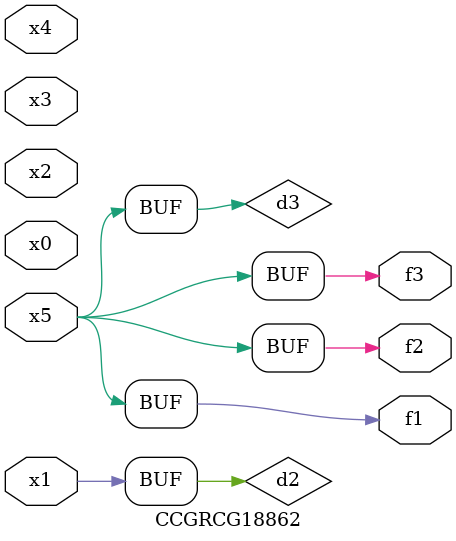
<source format=v>
module CCGRCG18862(
	input x0, x1, x2, x3, x4, x5,
	output f1, f2, f3
);

	wire d1, d2, d3;

	not (d1, x5);
	or (d2, x1);
	xnor (d3, d1);
	assign f1 = d3;
	assign f2 = d3;
	assign f3 = d3;
endmodule

</source>
